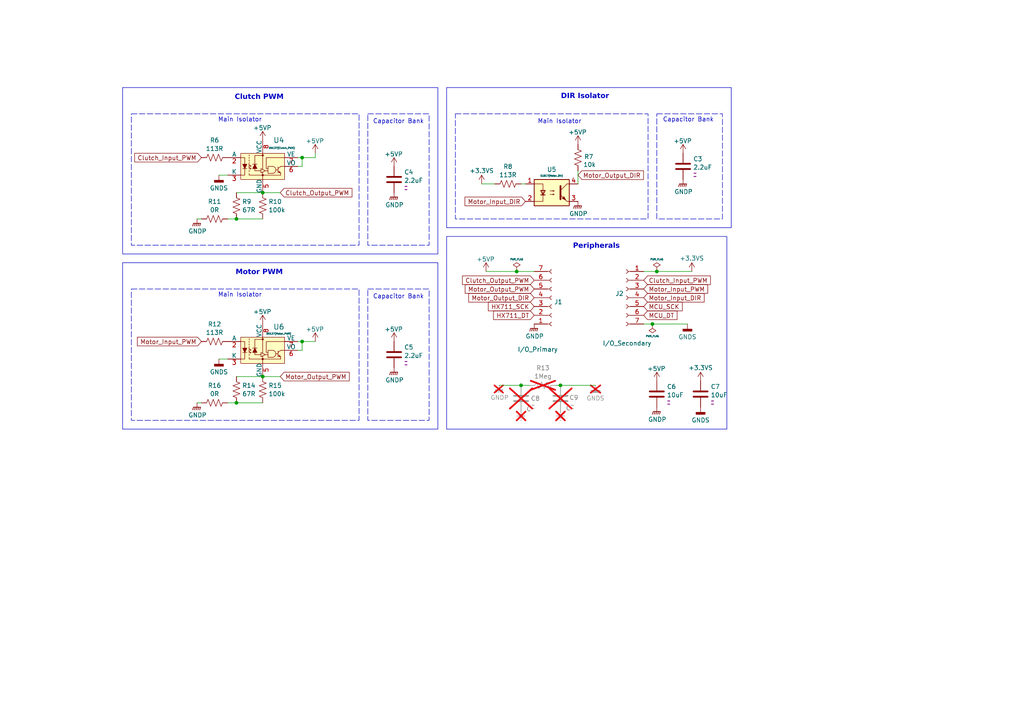
<source format=kicad_sch>
(kicad_sch (version 20231120) (generator "eeschema") (generator_version "8.0")
  (paper "A4")
  (title_block (title "OptoIsolation for Mobi-L") (date "2024-06-10") (comment 1 "Author: Srikar Bharadwaj R"))
  (lib_symbols
    (symbol "Connector:Conn_01x07_Socket" (pin_names (offset 1.016) hide)
      (property "Reference" "J" (at 0 10.16 0))
      (property "Value" "Conn_01x07_Socket" (at 0 -10.16 0))
      (symbol "Conn_01x07_Socket_1_1"
        (arc (start 0 -7.112) (mid -0.5058 -7.62) (end 0 -8.128) (stroke (width 0.1524)))
        (arc (start 0 -4.572) (mid -0.5058 -5.08) (end 0 -5.588) (stroke (width 0.1524)))
        (arc (start 0 -2.032) (mid -0.5058 -2.54) (end 0 -3.048) (stroke (width 0.1524)))
        (polyline (pts (xy -1.27 -7.62) (xy -0.508 -7.62)) (stroke (width 0.1524)))
        (polyline (pts (xy -1.27 -5.08) (xy -0.508 -5.08)) (stroke (width 0.1524)))
        (polyline (pts (xy -1.27 -2.54) (xy -0.508 -2.54)) (stroke (width 0.1524)))
        (polyline (pts (xy -1.27 0) (xy -0.508 0)) (stroke (width 0.1524)))
        (polyline (pts (xy -1.27 2.54) (xy -0.508 2.54)) (stroke (width 0.1524)))
        (polyline (pts (xy -1.27 5.08) (xy -0.508 5.08)) (stroke (width 0.1524)))
        (polyline (pts (xy -1.27 7.62) (xy -0.508 7.62)) (stroke (width 0.1524)))
        (arc (start 0 0.508) (mid -0.5058 0) (end 0 -0.508) (stroke (width 0.1524)))
        (arc (start 0 3.048) (mid -0.5058 2.54) (end 0 2.032) (stroke (width 0.1524)))
        (arc (start 0 5.588) (mid -0.5058 5.08) (end 0 4.572) (stroke (width 0.1524)))
        (arc (start 0 8.128) (mid -0.5058 7.62) (end 0 7.112) (stroke (width 0.1524)))
        (pin passive line (at -5.08 7.62 0) (length 3.81) (name "Pin_1") (number "1"))
        (pin passive line (at -5.08 5.08 0) (length 3.81) (name "Pin_2") (number "2"))
        (pin passive line (at -5.08 2.54 0) (length 3.81) (name "Pin_3") (number "3"))
        (pin passive line (at -5.08 0 0) (length 3.81) (name "Pin_4") (number "4"))
        (pin passive line (at -5.08 -2.54 0) (length 3.81) (name "Pin_5") (number "5"))
        (pin passive line (at -5.08 -5.08 0) (length 3.81) (name "Pin_6") (number "6"))
        (pin passive line (at -5.08 -7.62 0) (length 3.81) (name "Pin_7") (number "7"))
      )
    )
    (symbol "Device:R_US" (pin_numbers hide) (pin_names (offset 0))
      (property "Reference" "R" (at 2.54 0 90))
      (property "Value" "R_US" (at -2.54 0 90))
      (symbol "R_US_0_1"
        (polyline (pts (xy 0 -2.286) (xy 0 -2.54)))
        (polyline (pts (xy 0 2.286) (xy 0 2.54)))
        (polyline (pts (xy 0 -0.762) (xy 1.016 -1.143) (xy 0 -1.524) (xy -1.016 -1.905) (xy 0 -2.286)))
        (polyline (pts (xy 0 0.762) (xy 1.016 0.381) (xy 0 0) (xy -1.016 -0.381) (xy 0 -0.762)))
        (polyline (pts (xy 0 2.286) (xy 1.016 1.905) (xy 0 1.524) (xy -1.016 1.143) (xy 0 0.762)))
      )
      (symbol "R_US_1_1"
        (pin passive line (at 0 3.81 270) (length 1.27) (name "~") (number "1"))
        (pin passive line (at 0 -3.81 90) (length 1.27) (name "~") (number "2"))
      )
    )
    (symbol "Isolator:EL817" (pin_names (offset 1.016))
      (property "Reference" "U" (at -5.08 5.08 0))
      (property "Value" "EL817" (at 0 5.08 0))
      (symbol "EL817_0_1"
        (rectangle (start -5.08 3.81) (end 5.08 -3.81) (stroke (width 0.254)) (fill (type background)))
        (polyline (pts (xy -3.175 -0.635) (xy -1.905 -0.635)) (stroke (width 0.254)))
        (polyline (pts (xy 2.54 0.635) (xy 4.445 2.54)))
        (polyline (pts (xy 4.445 -2.54) (xy 2.54 -0.635)) (fill (type outline)))
        (polyline (pts (xy 4.445 -2.54) (xy 5.08 -2.54)))
        (polyline (pts (xy 4.445 2.54) (xy 5.08 2.54)))
        (polyline (pts (xy -5.08 2.54) (xy -2.54 2.54) (xy -2.54 -0.635)))
        (polyline (pts (xy -2.54 -0.635) (xy -2.54 -2.54) (xy -5.08 -2.54)))
        (polyline (pts (xy 2.54 1.905) (xy 2.54 -1.905) (xy 2.54 -1.905)) (stroke (width 0.508)))
        (polyline (pts (xy -2.54 -0.635) (xy -3.175 0.635) (xy -1.905 0.635) (xy -2.54 -0.635)) (stroke (width 0.254)))
        (polyline (pts (xy -0.508 -0.508) (xy 0.762 -0.508) (xy 0.381 -0.635) (xy 0.381 -0.381) (xy 0.762 -0.508)))
        (polyline (pts (xy -0.508 0.508) (xy 0.762 0.508) (xy 0.381 0.381) (xy 0.381 0.635) (xy 0.762 0.508)))
        (polyline (pts (xy 3.048 -1.651) (xy 3.556 -1.143) (xy 4.064 -2.159) (xy 3.048 -1.651) (xy 3.048 -1.651)) (fill (type outline)))
      )
      (symbol "EL817_1_1"
        (pin passive line (at -7.62 2.54 0) (length 2.54) (name "~") (number "1"))
        (pin passive line (at -7.62 -2.54 0) (length 2.54) (name "~") (number "2"))
        (pin passive line (at 7.62 -2.54 180) (length 2.54) (name "~") (number "3"))
        (pin passive line (at 7.62 2.54 180) (length 2.54) (name "~") (number "4"))
      )
    )
    (symbol "SparkFun-Capacitor:C" (pin_numbers hide) (pin_names (offset 0.254))
      (property "Reference" "C" (at 0.635 2.54 0))
      (property "Value" "C" (at 0.635 -2.54 0))
      (property "Tolerance" "~" (at 1.27 -5.08 0))
      (property "Voltage" "~" (at 1.27 -6.35 0))
      (symbol "C_0_1"
        (polyline (pts (xy -2.032 -0.762) (xy 2.032 -0.762)) (stroke (width 0.508)))
        (polyline (pts (xy -2.032 0.762) (xy 2.032 0.762)) (stroke (width 0.508)))
      )
      (symbol "C_1_1"
        (pin passive line (at 0 3.81 270) (length 2.794) (name "~") (number "1"))
        (pin passive line (at 0 -3.81 90) (length 2.794) (name "~") (number "2"))
      )
    )
    (symbol "dk_Optoisolators-Logic-Output:6N137" (pin_names (offset 0))
      (property "Reference" "U" (at -7.62 6.35 0))
      (property "Value" "6N137" (at 2.54 -6.35 0))
      (symbol "6N137_0_1"
        (rectangle (start -6.35 3.81) (end 6.35 -3.81) (fill (type background)))
        (polyline (pts (xy -5.842 -0.635) (xy -4.572 -0.635)))
        (polyline (pts (xy -3.937 -1.143) (xy -3.937 -1.524)))
        (polyline (pts (xy -3.937 -0.381) (xy -3.937 -0.762)))
        (polyline (pts (xy -3.937 0.381) (xy -3.937 0)))
        (polyline (pts (xy -3.937 1.143) (xy -3.937 0.762)))
        (polyline (pts (xy -3.937 1.905) (xy -3.937 1.524)))
        (polyline (pts (xy -3.937 2.667) (xy -3.937 2.286)))
        (polyline (pts (xy -3.937 3.429) (xy -3.937 3.048)))
        (polyline (pts (xy -3.429 -0.762) (xy -3.683 -0.762)))
        (polyline (pts (xy -3.429 0) (xy -3.683 0)))
        (polyline (pts (xy -2.921 0.635) (xy -1.651 0.635)))
        (polyline (pts (xy 0 -3.81) (xy 0 -2.54)))
        (polyline (pts (xy 0 -2.54) (xy 0 -1.651)))
        (polyline (pts (xy 0 3.81) (xy 0 -0.889)))
        (polyline (pts (xy 1.524 -1.27) (xy 0.762 -1.27)))
        (polyline (pts (xy 3.81 -1.016) (xy 4.445 -1.016)))
        (polyline (pts (xy 4.445 -1.397) (xy 5.207 -1.905)))
        (polyline (pts (xy 4.445 -0.635) (xy 5.207 0)))
        (polyline (pts (xy 4.445 -0.127) (xy 4.445 -1.905)))
        (polyline (pts (xy 5.207 -2.54) (xy 0 -2.54)))
        (polyline (pts (xy 5.207 -1.905) (xy 5.207 -2.54)))
        (polyline (pts (xy 6.35 0) (xy 5.207 0)))
        (polyline (pts (xy -5.207 -0.635) (xy -5.207 -2.54) (xy -6.35 -2.54)))
        (polyline (pts (xy -5.207 0.635) (xy -5.207 2.54) (xy -6.35 2.54)))
        (polyline (pts (xy -4.064 -0.127) (xy -3.429 -0.762) (xy -3.429 -0.508)))
        (polyline (pts (xy -4.064 0.635) (xy -3.429 0) (xy -3.429 0.254)))
        (polyline (pts (xy -0.508 -1.27) (xy -2.286 -1.27) (xy -2.286 -0.635)))
        (polyline (pts (xy 0 -2.54) (xy -3.937 -2.54) (xy -3.937 -2.032)))
        (polyline (pts (xy 0 3.175) (xy -2.286 3.175) (xy -2.286 0.635)))
        (polyline (pts (xy -5.842 0.635) (xy -4.572 0.635) (xy -5.207 -0.635) (xy -5.842 0.635)) (fill (type outline)))
        (polyline (pts (xy -2.921 -0.635) (xy -1.651 -0.635) (xy -2.286 0.635) (xy -2.921 -0.635)) (fill (type outline)))
        (polyline (pts (xy 0.762 -1.27) (xy -0.508 -0.635) (xy -0.508 -1.905) (xy 0.762 -1.27)))
        (polyline (pts (xy 1.524 -0.635) (xy 1.016 -0.635) (xy 1.016 2.54) (xy 6.35 2.54)))
        (polyline (pts (xy 2.794 0) (xy 1.524 0) (xy 1.524 -2.032) (xy 2.794 -2.032)))
        (polyline (pts (xy 5.08 -1.8034) (xy 4.9022 -1.4732) (xy 4.699 -1.8288) (xy 5.1054 -1.8288)) (fill (type outline)))
        (arc (start 2.794 -2.032) (mid 3.81 -1.016) (end 2.794 0))
      )
      (symbol "6N137_1_1"
        (circle (center 0 -2.54) (radius 0.2286) (fill (type outline)))
        (circle (center 0 3.2004) (radius 0.2286) (fill (type outline)))
        (pin no_connect line (at -5.08 7.62 270) (length 3.81) hide (name "NC") (number "1"))
        (pin passive line (at -10.16 2.54 0) (length 3.81) (name "A") (number "2"))
        (pin passive line (at -10.16 -2.54 0) (length 3.81) (name "K") (number "3"))
        (pin no_connect line (at -5.08 -7.62 90) (length 3.81) hide (name "NC") (number "4"))
        (pin power_in line (at 0 -7.62 90) (length 3.81) (name "GND") (number "5"))
        (pin output line (at 10.16 0 180) (length 3.81) (name "VO") (number "6"))
        (pin input line (at 10.16 2.54 180) (length 3.81) (name "VE") (number "7"))
        (pin power_in line (at 0 7.62 270) (length 3.81) (name "VCC") (number "8"))
      )
    )
    (symbol "power:+3.3V" (power) (pin_names (offset 0))
      (property "Value" "+3.3V" (at 0 3.556 0))
      (symbol "+3.3V_0_1"
        (polyline (pts (xy -0.762 1.27) (xy 0 2.54)))
        (polyline (pts (xy 0 0) (xy 0 2.54)))
        (polyline (pts (xy 0 2.54) (xy 0.762 1.27)))
      )
      (symbol "+3.3V_1_1"
        (pin power_in line (at 0 0 90) (length 0) hide (name "+3.3V") (number "1"))
      )
    )
    (symbol "power:+5V" (power) (pin_names (offset 0))
      (property "Value" "+5V" (at 0 3.556 0))
      (symbol "+5V_0_1"
        (polyline (pts (xy -0.762 1.27) (xy 0 2.54)))
        (polyline (pts (xy 0 0) (xy 0 2.54)))
        (polyline (pts (xy 0 2.54) (xy 0.762 1.27)))
      )
      (symbol "+5V_1_1"
        (pin power_in line (at 0 0 90) (length 0) hide (name "+5V") (number "1"))
      )
    )
    (symbol "power:Earth" (power) (pin_names (offset 0))
      (symbol "Earth_0_1"
        (polyline (pts (xy -0.635 -1.905) (xy 0.635 -1.905)))
        (polyline (pts (xy -0.127 -2.54) (xy 0.127 -2.54)))
        (polyline (pts (xy 0 -1.27) (xy 0 0)))
        (polyline (pts (xy 1.27 -1.27) (xy -1.27 -1.27)))
      )
      (symbol "Earth_1_1"
        (pin power_in line (at 0 0 270) (length 0) hide (name "Earth") (number "1"))
      )
    )
    (symbol "power:GNDD" (power) (pin_names (offset 0))
      (property "Value" "GNDD" (at 0 -3.175 0))
      (symbol "GNDD_0_1"
        (rectangle (start -1.27 -1.524) (end 1.27 -2.032) (stroke (width 0.254)) (fill (type outline)))
        (polyline (pts (xy 0 0) (xy 0 -1.524)))
      )
      (symbol "GNDD_1_1"
        (pin power_in line (at 0 0 270) (length 0) hide (name "GNDD") (number "1"))
      )
    )
    (symbol "power:GNDPWR" (power) (pin_names (offset 0))
      (property "Value" "GNDPWR" (at 0 -3.302 0))
      (symbol "GNDPWR_0_1"
        (polyline (pts (xy 0 -1.27) (xy 0 0)))
        (polyline (pts (xy -1.016 -1.27) (xy -1.27 -2.032) (xy -1.27 -2.032)) (stroke (width 0.2032)))
        (polyline (pts (xy -0.508 -1.27) (xy -0.762 -2.032) (xy -0.762 -2.032)) (stroke (width 0.2032)))
        (polyline (pts (xy 0 -1.27) (xy -0.254 -2.032) (xy -0.254 -2.032)) (stroke (width 0.2032)))
        (polyline (pts (xy 0.508 -1.27) (xy 0.254 -2.032) (xy 0.254 -2.032)) (stroke (width 0.2032)))
        (polyline (pts (xy 1.016 -1.27) (xy -1.016 -1.27) (xy -1.016 -1.27)) (stroke (width 0.2032)))
        (polyline (pts (xy 1.016 -1.27) (xy 0.762 -2.032) (xy 0.762 -2.032) (xy 0.762 -2.032)) (stroke (width 0.2032)))
      )
      (symbol "GNDPWR_1_1"
        (pin power_in line (at 0 0 270) (length 0) hide (name "GNDPWR") (number "1"))
      )
    )
    (symbol "power:PWR_FLAG" (power) (pin_numbers hide) (pin_names (offset 0) hide)
      (property "Value" "PWR_FLAG" (at 0 3.81 0))
      (symbol "PWR_FLAG_0_0"
        (pin power_out line (at 0 0 90) (length 0) (name "pwr") (number "1"))
      )
      (symbol "PWR_FLAG_0_1"
        (polyline (pts (xy 0 0) (xy 0 1.27) (xy -1.016 1.905) (xy 0 2.54) (xy 1.016 1.905) (xy 0 1.27)))
      )
    )
  )
  (junction (at 87.63 45.72))
  (junction (at 162.56 111.76))
  (junction (at 149.86 78.74))
  (junction (at 151.13 111.76))
  (junction (at 76.2 109.22))
  (junction (at 87.63 99.06))
  (junction (at 68.58 63.5))
  (junction (at 68.58 116.84))
  (junction (at 189.23 93.98))
  (junction (at 76.2 55.88))
  (junction (at 190.5 78.74))
  (wire (pts (xy 140.97 78.74) (xy 149.86 78.74)))
  (wire (pts (xy 87.63 48.26) (xy 86.36 48.26)))
  (wire (pts (xy 161.29 111.76) (xy 162.56 111.76)))
  (wire (pts (xy 151.13 111.76) (xy 153.67 111.76)))
  (wire (pts (xy 63.5 104.14) (xy 66.04 104.14)))
  (wire (pts (xy 76.2 109.22) (xy 81.28 109.22)))
  (wire (pts (xy 199.39 93.98) (xy 189.23 93.98)))
  (wire (pts (xy 190.5 78.74) (xy 186.69 78.74)))
  (wire (pts (xy 152.4 53.34) (xy 151.13 53.34)))
  (wire (pts (xy 87.63 45.72) (xy 91.44 45.72)))
  (wire (pts (xy 68.58 109.22) (xy 76.2 109.22)))
  (wire (pts (xy 87.63 99.06) (xy 87.63 101.6)))
  (wire (pts (xy 144.78 111.76) (xy 151.13 111.76)))
  (wire (pts (xy 57.15 63.5) (xy 58.42 63.5)))
  (wire (pts (xy 63.5 50.8) (xy 66.04 50.8)))
  (wire (pts (xy 149.86 78.74) (xy 154.94 78.74)))
  (wire (pts (xy 162.56 111.76) (xy 172.72 111.76)))
  (wire (pts (xy 189.23 93.98) (xy 186.69 93.98)))
  (wire (pts (xy 139.7 53.34) (xy 143.51 53.34)))
  (wire (pts (xy 76.2 55.88) (xy 81.28 55.88)))
  (wire (pts (xy 200.66 78.74) (xy 190.5 78.74)))
  (wire (pts (xy 68.58 63.5) (xy 76.2 63.5)))
  (wire (pts (xy 68.58 116.84) (xy 76.2 116.84)))
  (wire (pts (xy 57.15 116.84) (xy 58.42 116.84)))
  (wire (pts (xy 87.63 101.6) (xy 86.36 101.6)))
  (wire (pts (xy 68.58 55.88) (xy 76.2 55.88)))
  (wire (pts (xy 86.36 45.72) (xy 87.63 45.72)))
  (wire (pts (xy 167.64 49.53) (xy 167.64 53.34)))
  (wire (pts (xy 91.44 44.45) (xy 91.44 45.72)))
  (wire (pts (xy 86.36 99.06) (xy 87.63 99.06)))
  (wire (pts (xy 87.63 99.06) (xy 91.44 99.06)))
  (wire (pts (xy 66.04 116.84) (xy 68.58 116.84)))
  (wire (pts (xy 66.04 63.5) (xy 68.58 63.5)))
  (wire (pts (xy 87.63 45.72) (xy 87.63 48.26)))
  (rectangle (start 106.68 83.82) (end 124.46 121.92) (stroke (width 0) (type dash)))
  (rectangle (start 129.54 25.4) (end 212.09 66.04))
  (rectangle (start 106.68 33.02) (end 124.46 71.12) (stroke (width 0) (type dash)))
  (rectangle (start 38.1 83.82) (end 104.14 121.92) (stroke (width 0) (type dash)))
  (rectangle (start 129.54 68.58) (end 210.82 124.46))
  (rectangle (start 132.08 33.02) (end 187.96 63.5) (stroke (width 0) (type dash)))
  (rectangle (start 190.5 33.02) (end 209.55 63.5) (stroke (width 0) (type dash)))
  (rectangle (start 35.56 76.2) (end 127 124.46))
  (rectangle (start 35.56 25.4) (end 127 73.66))
  (rectangle (start 38.1 33.02) (end 104.14 71.12) (stroke (width 0) (type dash)))
  (text "DIR Isolator" (at 169.672 28.448 0) (effects (font (size 1.5 1.5) (thickness 0.3) (bold yes))))
  (text "Main Isolator" (at 162.306 35.306 0) (effects (font (size 1.27 1.27))))
  (text "Clutch PWM" (at 75.184 28.702 0) (effects (font (size 1.5 1.5) (thickness 0.3) (bold yes))))
  (text "Peripherals" (at 172.974 71.882 0) (effects (font (size 1.5 1.5) (thickness 0.3) (bold yes))))
  (text "Capacitor Bank" (at 115.57 35.306 0) (effects (font (size 1.27 1.27))))
  (text "Capacitor Bank" (at 199.644 34.798 0) (effects (font (size 1.27 1.27))))
  (text "Main Isolator" (at 69.596 85.598 0) (effects (font (size 1.27 1.27))))
  (text "Motor PWM" (at 75.184 79.502 0) (effects (font (size 1.5 1.5) (thickness 0.3) (bold yes))))
  (text "Main Isolator" (at 69.596 34.798 0) (effects (font (size 1.27 1.27))))
  (text "Capacitor Bank" (at 115.57 86.106 0) (effects (font (size 1.27 1.27))))
  (global_label "Motor_Output_PWM" (shape input) (at 81.28 109.22 0) (property "Intersheetrefs" "${INTERSHEET_REFS}" (effects (hide yes))))
  (global_label "Motor_Input_PWM" (shape input) (at 58.42 99.06 180) (property "Intersheetrefs" "${INTERSHEET_REFS}" (effects (hide yes))))
  (global_label "MCU_DT" (shape input) (at 186.69 91.44 0) (property "Intersheetrefs" "${INTERSHEET_REFS}" (effects (hide yes))))
  (global_label "Motor_Output_DIR" (shape input) (at 154.94 86.36 180) (property "Intersheetrefs" "${INTERSHEET_REFS}" (effects (hide yes))))
  (global_label "Motor_Output_DIR" (shape input) (at 167.64 50.8 0) (property "Intersheetrefs" "${INTERSHEET_REFS}" (effects (hide yes))))
  (global_label "HX711_SCK" (shape input) (at 154.94 88.9 180) (property "Intersheetrefs" "${INTERSHEET_REFS}" (effects (hide yes))))
  (global_label "Motor_Input_PWM" (shape input) (at 186.69 83.82 0) (property "Intersheetrefs" "${INTERSHEET_REFS}" (effects (hide yes))))
  (global_label "Clutch_Output_PWM" (shape input) (at 81.28 55.88 0) (property "Intersheetrefs" "${INTERSHEET_REFS}" (effects (hide yes))))
  (global_label "Motor_Output_PWM" (shape input) (at 154.94 83.82 180) (property "Intersheetrefs" "${INTERSHEET_REFS}" (effects (hide yes))))
  (global_label "MCU_SCK" (shape input) (at 186.69 88.9 0) (property "Intersheetrefs" "${INTERSHEET_REFS}" (effects (hide yes))))
  (global_label "Motor_Input_DIR" (shape input) (at 152.4 58.42 180) (property "Intersheetrefs" "${INTERSHEET_REFS}" (effects (hide yes))))
  (global_label "Clutch_Input_PWM" (shape input) (at 58.42 45.72 180) (property "Intersheetrefs" "${INTERSHEET_REFS}" (effects (hide yes))))
  (global_label "HX711_DT" (shape input) (at 154.94 91.44 180) (property "Intersheetrefs" "${INTERSHEET_REFS}" (effects (hide yes))))
  (global_label "Clutch_Input_PWM" (shape input) (at 186.69 81.28 0) (property "Intersheetrefs" "${INTERSHEET_REFS}" (effects (hide yes))))
  (global_label "Motor_Input_DIR" (shape input) (at 186.69 86.36 0) (property "Intersheetrefs" "${INTERSHEET_REFS}" (effects (hide yes))))
  (global_label "Clutch_Output_PWM" (shape input) (at 154.94 81.28 180) (property "Intersheetrefs" "${INTERSHEET_REFS}" (effects (hide yes))))
  (symbol (lib_id "power:GNDPWR") (at 144.78 111.76 0) (unit 1) (on_board no) (dnp yes)
    (property "Reference" "#PWR034" (effects (hide yes)))
    (property "Value" "GNDP" (at 142.24 115.316 0) (effects (justify left)))
    (property "Description" "Power symbol creates a global label with name \"GNDPWR\" , Primary ground" (effects (hide yes)))
  )
  (symbol (lib_id "dk_Optoisolators-Logic-Output:6N137") (at 76.2 101.6 0) (unit 1)
    (property "Reference" "U6" (at 79.2165 94.807 0) (effects (font (size 1.524 1.524)) (justify left)))
    (property "Value" "6N137(Motor_PWM)" (at 77.216 96.774 0) (effects (font (size 0.5 0.5)) (justify left)))
    (property "Footprint" "Package_DIP:DIP-8_W7.62mm" (effects (hide yes)))
    (property "Datasheet" "https://media.digikey.com/pdf/Data%20Sheets/Lite-On%20PDFs/6N137%20Series.pdf" (effects (hide yes)))
    (property "Description" "OPTOISO 5KV 1CH OPEN COLL 8DIP" (effects (hide yes)))
    (property "Digi-Key_PN" "160-1791-ND" (effects (hide yes)))
    (property "MPN" "6N137" (effects (hide yes)))
    (property "Category" "Isolators" (effects (hide yes)))
    (property "Family" "Optoisolators - Logic Output" (effects (hide yes)))
    (property "DK_Datasheet_Link" "https://media.digikey.com/pdf/Data%20Sheets/Lite-On%20PDFs/6N137%20Series.pdf" (effects (hide yes)))
    (property "DK_Detail_Page" "/product-detail/en/lite-on-inc/6N137/160-1791-ND/1969175" (effects (hide yes)))
    (property "Description_1" "OPTOISO 5KV 1CH OPEN COLL 8DIP" (effects (hide yes)))
    (property "Manufacturer" "Lite-On Inc." (effects (hide yes)))
    (property "Status" "Active" (effects (hide yes)))
  )
  (symbol (lib_id "power:GNDD") (at 63.5 104.14 0) (unit 1)
    (property "Reference" "#PWR030" (effects (hide yes)))
    (property "Value" "GNDS" (at 63.5 107.8921 0))
    (property "Description" "Power symbol creates a global label with name \"GNDP\" , Secondary ground" (effects (hide yes)))
  )
  (symbol (lib_id "Device:R_US") (at 157.48 111.76 270) (unit 1) (on_board no) (dnp yes)
    (property "Reference" "R13" (at 157.48 106.7265 90))
    (property "Value" "1Meg" (at 157.48 109.1508 90))
    (property "Footprint" "Resistor_THT:R_Axial_DIN0309_L9.0mm_D3.2mm_P20.32mm_Horizontal" (effects (hide yes)))
    (property "Description" "Resistor, US symbol" (effects (hide yes)))
  )
  (symbol (lib_id "power:PWR_FLAG") (at 189.23 93.98 0) (mirror x) (unit 1)
    (property "Reference" "#FLG03" (effects (hide yes)))
    (property "Value" "PWR_FLAG" (at 189.23 97.4937 0) (effects (font (size 0.5 0.5))))
    (property "Description" "Special symbol for telling ERC where power comes from" (effects (hide yes)))
  )
  (symbol (lib_id "power:GNDD") (at 172.72 111.76 0) (unit 1) (on_board no) (dnp yes)
    (property "Reference" "#PWR035" (effects (hide yes)))
    (property "Value" "GNDS" (at 172.72 115.5121 0))
    (property "Description" "Power symbol creates a global label with name \"GNDP\" , Secondary ground" (effects (hide yes)))
  )
  (symbol (lib_id "power:+5V") (at 91.44 44.45 0) (unit 1)
    (property "Reference" "#PWR014" (effects (hide yes)))
    (property "Value" "+5VP" (at 88.646 40.894 0) (effects (justify left)))
    (property "Description" "Power symbol creates a global label with name \"+5V\", Primary +5v" (effects (hide yes)))
  )
  (symbol (lib_id "power:GNDD") (at 203.2 118.11 0) (unit 1)
    (property "Reference" "#PWR038" (effects (hide yes)))
    (property "Value" "GNDS" (at 203.2 121.8621 0))
    (property "Description" "Power symbol creates a global label with name \"GNDP\" , Secondary ground" (effects (hide yes)))
  )
  (symbol (lib_id "power:+5V") (at 76.2 40.64 0) (unit 1)
    (property "Reference" "#PWR012" (effects (hide yes)))
    (property "Value" "+5VP" (at 73.406 37.084 0) (effects (justify left)))
    (property "Description" "Power symbol creates a global label with name \"+5V\", Primary +5v" (effects (hide yes)))
  )
  (symbol (lib_id "power:+5V") (at 140.97 78.74 0) (unit 1)
    (property "Reference" "#PWR023" (effects (hide yes)))
    (property "Value" "+5VP" (at 138.176 75.184 0) (effects (justify left)))
    (property "Description" "Power symbol creates a global label with name \"+5V\", Primary +5v" (effects (hide yes)))
  )
  (symbol (lib_id "Connector:Conn_01x07_Socket") (at 181.61 86.36 0) (mirror y) (unit 1)
    (property "Reference" "J2" (at 180.8988 85.1478 0) (effects (justify left)))
    (property "Value" "I/O_Secondary" (at 188.976 99.568 0) (effects (justify left)))
    (property "Footprint" "Connector_JST:JST_XH_B7B-XH-A_1x07_P2.50mm_Vertical" (effects (hide yes)))
    (property "Description" "Generic connector, single row, 01x07, script generated" (effects (hide yes)))
  )
  (symbol (lib_id "power:+3.3V") (at 203.2 110.49 0) (unit 1)
    (property "Reference" "#PWR033" (effects (hide yes)))
    (property "Value" "+3.3VS" (at 199.644 106.68 0) (effects (justify left)))
    (property "Description" "Power symbol creates a global label with name \"+3.3V\", Secondary +3.3v" (effects (hide yes)))
  )
  (symbol (lib_id "power:+3.3V") (at 200.66 78.74 0) (mirror y) (unit 1)
    (property "Reference" "#PWR024" (effects (hide yes)))
    (property "Value" "+3.3VS" (at 204.216 74.93 0) (effects (justify left)))
    (property "Description" "Power symbol creates a global label with name \"+3.3V\", Secondary +3.3v" (effects (hide yes)))
  )
  (symbol (lib_id "power:GNDD") (at 199.39 93.98 0) (mirror y) (unit 1)
    (property "Reference" "#PWR027" (effects (hide yes)))
    (property "Value" "GNDS" (at 199.39 97.7321 0))
    (property "Description" "Power symbol creates a global label with name \"GNDP\" , Secondary ground" (effects (hide yes)))
  )
  (symbol (lib_id "power:+3.3V") (at 139.7 53.34 0) (unit 1)
    (property "Reference" "#PWR019" (effects (hide yes)))
    (property "Value" "+3.3VS" (at 136.144 49.53 0) (effects (justify left)))
    (property "Description" "Power symbol creates a global label with name \"+3.3V\", Secondary +3.3v" (effects (hide yes)))
  )
  (symbol (lib_id "Device:R_US") (at 62.23 116.84 270) (unit 1)
    (property "Reference" "R16" (at 62.23 111.8065 90))
    (property "Value" "0R" (at 62.23 114.2308 90))
    (property "Footprint" "Resistor_SMD:R_0603_1608Metric_Pad0.98x0.95mm_HandSolder" (effects (hide yes)))
    (property "Description" "Resistor, US symbol" (effects (hide yes)))
  )
  (symbol (lib_id "Isolator:EL817") (at 160.02 55.88 0) (unit 1)
    (property "Reference" "U5" (at 160.02 49.1643 0))
    (property "Value" "EL817(Motor_Dir)" (at 160.02 50.9692 0) (effects (font (size 0.5 0.5))))
    (property "Footprint" "OptoDevice:OPTO-SMD4" (effects (hide yes)))
    (property "Datasheet" "http://www.everlight.com/file/ProductFile/EL817.pdf" (effects (hide yes)))
    (property "Description" "DC Optocoupler, Vce 35V, DIP-4" (effects (hide yes)))
  )
  (symbol (lib_id "power:PWR_FLAG") (at 190.5 78.74 0) (mirror y) (unit 1)
    (property "Reference" "#FLG02" (effects (hide yes)))
    (property "Value" "PWR_FLAG" (at 190.5 75.2263 0) (effects (font (size 0.5 0.5))))
    (property "Description" "Special symbol for telling ERC where power comes from" (effects (hide yes)))
  )
  (symbol (lib_id "SparkFun-Capacitor:C") (at 198.12 48.26 0) (unit 1)
    (property "Reference" "C3" (at 201.041 46.1094 0) (effects (justify left)))
    (property "Value" "2.2uF" (at 201.041 48.5337 0) (effects (justify left)))
    (property "Footprint" "Capacitor_SMD:C_0603_1608Metric_Pad1.08x0.95mm_HandSolder" (effects (hide yes)))
    (property "Datasheet" "[link text](https://cdn.sparkfun.com/assets/8/a/4/a/5/Kemet_Capacitor_Datasheet.pdf)" (effects (hide yes)))
    (property "Description" "Unpolarized capacitor" (effects (hide yes)))
    (property "PROD_ID" "CAP-00000" (effects (hide yes)))
    (property "Tolerance" "~" (at 201.041 50.2151 0) (effects (justify left)))
    (property "Voltage" "~" (at 201.041 51.1535 0) (effects (justify left)))
  )
  (symbol (lib_id "power:+5V") (at 76.2 93.98 0) (unit 1)
    (property "Reference" "#PWR025" (effects (hide yes)))
    (property "Value" "+5VP" (at 73.406 90.424 0) (effects (justify left)))
    (property "Description" "Power symbol creates a global label with name \"+5V\", Primary +5v" (effects (hide yes)))
  )
  (symbol (lib_id "Device:R_US") (at 76.2 113.03 180) (unit 1)
    (property "Reference" "R15" (at 77.851 111.8178 0) (effects (justify right)))
    (property "Value" "100k" (at 77.851 114.2421 0) (effects (justify right)))
    (property "Footprint" "Resistor_SMD:R_0603_1608Metric_Pad0.98x0.95mm_HandSolder" (effects (hide yes)))
    (property "Description" "Resistor, US symbol" (effects (hide yes)))
  )
  (symbol (lib_id "power:+5V") (at 91.44 99.06 0) (unit 1)
    (property "Reference" "#PWR028" (effects (hide yes)))
    (property "Value" "+5VP" (at 88.646 95.504 0) (effects (justify left)))
    (property "Description" "Power symbol creates a global label with name \"+5V\", Primary +5v" (effects (hide yes)))
  )
  (symbol (lib_id "SparkFun-Capacitor:C") (at 190.5 114.3 0) (unit 1)
    (property "Reference" "C6" (at 193.421 112.1494 0) (effects (justify left)))
    (property "Value" "10uF" (at 193.421 114.5737 0) (effects (justify left)))
    (property "Footprint" "Capacitor_SMD:C_Elec_4x5.4" (effects (hide yes)))
    (property "Datasheet" "[link text](https://cdn.sparkfun.com/assets/8/a/4/a/5/Kemet_Capacitor_Datasheet.pdf)" (effects (hide yes)))
    (property "Description" "Unpolarized capacitor" (effects (hide yes)))
    (property "PROD_ID" "CAP-00000" (effects (hide yes)))
    (property "Tolerance" "~" (at 193.421 116.2551 0) (effects (justify left)))
    (property "Voltage" "~" (at 193.421 117.1935 0) (effects (justify left)))
  )
  (symbol (lib_id "Device:R_US") (at 68.58 59.69 180) (unit 1)
    (property "Reference" "R9" (at 70.231 58.4778 0) (effects (justify right)))
    (property "Value" "67R" (at 70.231 60.9021 0) (effects (justify right)))
    (property "Footprint" "Resistor_SMD:R_0603_1608Metric_Pad0.98x0.95mm_HandSolder" (effects (hide yes)))
    (property "Description" "Resistor, US symbol" (effects (hide yes)))
  )
  (symbol (lib_id "Device:R_US") (at 62.23 45.72 90) (unit 1)
    (property "Reference" "R6" (at 62.23 40.6865 90))
    (property "Value" "113R" (at 62.23 43.1108 90))
    (property "Footprint" "Resistor_SMD:R_0603_1608Metric_Pad0.98x0.95mm_HandSolder" (effects (hide yes)))
    (property "Description" "Resistor, US symbol" (effects (hide yes)))
  )
  (symbol (lib_id "power:+5V") (at 114.3 48.26 0) (unit 1)
    (property "Reference" "#PWR016" (effects (hide yes)))
    (property "Value" "+5VP" (at 111.506 44.704 0) (effects (justify left)))
    (property "Description" "Power symbol creates a global label with name \"+5V\", Primary +5v" (effects (hide yes)))
  )
  (symbol (lib_id "SparkFun-Capacitor:C") (at 203.2 114.3 0) (unit 1)
    (property "Reference" "C7" (at 206.121 112.1494 0) (effects (justify left)))
    (property "Value" "10uF" (at 206.121 114.5737 0) (effects (justify left)))
    (property "Footprint" "Capacitor_SMD:C_Elec_4x5.4" (effects (hide yes)))
    (property "Datasheet" "[link text](https://cdn.sparkfun.com/assets/8/a/4/a/5/Kemet_Capacitor_Datasheet.pdf)" (effects (hide yes)))
    (property "Description" "Unpolarized capacitor" (effects (hide yes)))
    (property "PROD_ID" "CAP-00000" (effects (hide yes)))
    (property "Tolerance" "~" (at 206.121 116.2551 0) (effects (justify left)))
    (property "Voltage" "~" (at 206.121 117.1935 0) (effects (justify left)))
  )
  (symbol (lib_id "Connector:Conn_01x07_Socket") (at 160.02 86.36 0) (mirror x) (unit 1)
    (property "Reference" "J1" (at 160.7312 87.5722 0) (effects (justify left)))
    (property "Value" "I/O_Primary" (at 150.114 101.346 0) (effects (justify left)))
    (property "Footprint" "Connector_JST:JST_XH_B7B-XH-A_1x07_P2.50mm_Vertical" (effects (hide yes)))
    (property "Description" "Generic connector, single row, 01x07, script generated" (effects (hide yes)))
  )
  (symbol (lib_id "power:GNDPWR") (at 114.3 106.68 0) (unit 1)
    (property "Reference" "#PWR031" (effects (hide yes)))
    (property "Value" "GNDP" (at 111.76 110.236 0) (effects (justify left)))
    (property "Description" "Power symbol creates a global label with name \"GNDPWR\" , Primary ground" (effects (hide yes)))
  )
  (symbol (lib_id "power:GNDPWR") (at 167.64 58.42 0) (unit 1)
    (property "Reference" "#PWR021" (effects (hide yes)))
    (property "Value" "GNDP" (at 165.1 61.976 0) (effects (justify left)))
    (property "Description" "Power symbol creates a global label with name \"GNDPWR\" , Primary ground" (effects (hide yes)))
  )
  (symbol (lib_id "Device:R_US") (at 76.2 59.69 180) (unit 1)
    (property "Reference" "R10" (at 77.851 58.4778 0) (effects (justify right)))
    (property "Value" "100k" (at 77.851 60.9021 0) (effects (justify right)))
    (property "Footprint" "Resistor_SMD:R_0603_1608Metric_Pad0.98x0.95mm_HandSolder" (effects (hide yes)))
    (property "Description" "Resistor, US symbol" (effects (hide yes)))
  )
  (symbol (lib_id "power:GNDD") (at 63.5 50.8 0) (unit 1)
    (property "Reference" "#PWR017" (effects (hide yes)))
    (property "Value" "GNDS" (at 63.5 54.5521 0))
    (property "Description" "Power symbol creates a global label with name \"GNDP\" , Secondary ground" (effects (hide yes)))
  )
  (symbol (lib_id "power:GNDPWR") (at 114.3 55.88 0) (unit 1)
    (property "Reference" "#PWR020" (effects (hide yes)))
    (property "Value" "GNDP" (at 111.76 59.436 0) (effects (justify left)))
    (property "Description" "Power symbol creates a global label with name \"GNDPWR\" , Primary ground" (effects (hide yes)))
  )
  (symbol (lib_id "power:GNDPWR") (at 198.12 52.07 0) (unit 1)
    (property "Reference" "#PWR018" (effects (hide yes)))
    (property "Value" "GNDP" (at 195.58 55.626 0) (effects (justify left)))
    (property "Description" "Power symbol creates a global label with name \"GNDPWR\" , Primary ground" (effects (hide yes)))
  )
  (symbol (lib_id "power:+5V") (at 190.5 110.49 0) (unit 1)
    (property "Reference" "#PWR032" (effects (hide yes)))
    (property "Value" "+5VP" (at 187.706 106.934 0) (effects (justify left)))
    (property "Description" "Power symbol creates a global label with name \"+5V\", Primary +5v" (effects (hide yes)))
  )
  (symbol (lib_id "power:+5V") (at 114.3 99.06 0) (unit 1)
    (property "Reference" "#PWR029" (effects (hide yes)))
    (property "Value" "+5VP" (at 111.506 95.504 0) (effects (justify left)))
    (property "Description" "Power symbol creates a global label with name \"+5V\", Primary +5v" (effects (hide yes)))
  )
  (symbol (lib_id "power:Earth") (at 151.13 119.38 0) (unit 1) (on_board no) (dnp yes)
    (property "Reference" "#PWR039" (effects (hide yes)))
    (property "Value" "Earth1" (effects (hide yes)))
    (property "Description" "Power symbol creates a global label with name \"Earth\"" (effects (hide yes)))
  )
  (symbol (lib_id "power:GNDPWR") (at 57.15 63.5 0) (unit 1)
    (property "Reference" "#PWR022" (effects (hide yes)))
    (property "Value" "GNDP" (at 54.61 67.056 0) (effects (justify left)))
    (property "Description" "Power symbol creates a global label with name \"GNDPWR\" , Primary ground" (effects (hide yes)))
  )
  (symbol (lib_id "power:GNDPWR") (at 154.94 93.98 0) (unit 1)
    (property "Reference" "#PWR026" (effects (hide yes)))
    (property "Value" "GNDP" (at 152.4 97.536 0) (effects (justify left)))
    (property "Description" "Power symbol creates a global label with name \"GNDPWR\" , Primary ground" (effects (hide yes)))
  )
  (symbol (lib_id "Device:R_US") (at 62.23 99.06 90) (unit 1)
    (property "Reference" "R12" (at 62.23 94.0265 90))
    (property "Value" "113R" (at 62.23 96.4508 90))
    (property "Footprint" "Resistor_SMD:R_0603_1608Metric_Pad0.98x0.95mm_HandSolder" (effects (hide yes)))
    (property "Description" "Resistor, US symbol" (effects (hide yes)))
  )
  (symbol (lib_id "Device:R_US") (at 147.32 53.34 90) (unit 1)
    (property "Reference" "R8" (at 147.32 48.3065 90))
    (property "Value" "113R" (at 147.32 50.7308 90))
    (property "Footprint" "Resistor_SMD:R_0603_1608Metric_Pad0.98x0.95mm_HandSolder" (effects (hide yes)))
    (property "Description" "Resistor, US symbol" (effects (hide yes)))
  )
  (symbol (lib_id "SparkFun-Capacitor:C") (at 151.13 115.57 0) (unit 1) (on_board no) (dnp yes)
    (property "Reference" "C8" (at 153.924 115.57 0) (effects (justify left)))
    (property "Value" "C" (at 152.654 118.618 0) (effects (justify left)))
    (property "Footprint" "Capacitor_THT:C_Disc_D11.0mm_W5.0mm_P7.50mm" (effects (hide yes)))
    (property "Datasheet" "[link text](https://cdn.sparkfun.com/assets/8/a/4/a/5/Kemet_Capacitor_Datasheet.pdf)" (effects (hide yes)))
    (property "Description" "Unpolarized capacitor" (effects (hide yes)))
    (property "PROD_ID" "CAP-00000" (effects (hide yes)))
    (property "Tolerance" "~" (at 154.051 117.5251 0) (effects (justify left)))
    (property "Voltage" "~" (at 154.051 118.4635 0) (effects (justify left)))
  )
  (symbol (lib_id "SparkFun-Capacitor:C") (at 114.3 102.87 0) (unit 1)
    (property "Reference" "C5" (at 117.221 100.7194 0) (effects (justify left)))
    (property "Value" "2.2uF" (at 117.221 103.1437 0) (effects (justify left)))
    (property "Footprint" "Capacitor_SMD:C_0603_1608Metric_Pad1.08x0.95mm_HandSolder" (effects (hide yes)))
    (property "Datasheet" "[link text](https://cdn.sparkfun.com/assets/8/a/4/a/5/Kemet_Capacitor_Datasheet.pdf)" (effects (hide yes)))
    (property "Description" "Unpolarized capacitor" (effects (hide yes)))
    (property "PROD_ID" "CAP-00000" (effects (hide yes)))
    (property "Tolerance" "~" (at 117.221 104.8251 0) (effects (justify left)))
    (property "Voltage" "~" (at 117.221 105.7635 0) (effects (justify left)))
  )
  (symbol (lib_id "power:+5V") (at 198.12 44.45 0) (unit 1)
    (property "Reference" "#PWR015" (effects (hide yes)))
    (property "Value" "+5VP" (at 195.326 40.894 0) (effects (justify left)))
    (property "Description" "Power symbol creates a global label with name \"+5V\", Primary +5v" (effects (hide yes)))
  )
  (symbol (lib_id "SparkFun-Capacitor:C") (at 162.56 115.57 0) (unit 1) (on_board no) (dnp yes)
    (property "Reference" "C9" (at 165.1 115.316 0) (effects (justify left)))
    (property "Value" "C" (at 164.084 118.364 0) (effects (justify left)))
    (property "Footprint" "Capacitor_THT:C_Disc_D11.0mm_W5.0mm_P7.50mm" (effects (hide yes)))
    (property "Datasheet" "[link text](https://cdn.sparkfun.com/assets/8/a/4/a/5/Kemet_Capacitor_Datasheet.pdf)" (effects (hide yes)))
    (property "Description" "Unpolarized capacitor" (effects (hide yes)))
    (property "PROD_ID" "CAP-00000" (effects (hide yes)))
    (property "Tolerance" "~" (at 165.481 117.5251 0) (effects (justify left)))
    (property "Voltage" "~" (at 165.481 118.4635 0) (effects (justify left)))
  )
  (symbol (lib_id "power:Earth") (at 162.56 119.38 0) (unit 1) (on_board no) (dnp yes)
    (property "Reference" "#PWR040" (effects (hide yes)))
    (property "Value" "Earth2" (effects (hide yes)))
    (property "Description" "Power symbol creates a global label with name \"Earth\"" (effects (hide yes)))
  )
  (symbol (lib_id "Device:R_US") (at 167.64 45.72 180) (unit 1)
    (property "Reference" "R7" (at 169.418 45.466 0) (effects (justify right)))
    (property "Value" "10k" (at 169.164 47.752 0) (effects (justify right)))
    (property "Footprint" "Resistor_SMD:R_0603_1608Metric_Pad0.98x0.95mm_HandSolder" (effects (hide yes)))
    (property "Description" "Resistor, US symbol" (effects (hide yes)))
  )
  (symbol (lib_id "power:PWR_FLAG") (at 149.86 78.74 0) (unit 1)
    (property "Reference" "#FLG01" (effects (hide yes)))
    (property "Value" "PWR_FLAG" (at 149.86 75.2263 0) (effects (font (size 0.5 0.5))))
    (property "Description" "Special symbol for telling ERC where power comes from" (effects (hide yes)))
  )
  (symbol (lib_id "power:+5V") (at 167.64 41.91 0) (unit 1)
    (property "Reference" "#PWR013" (effects (hide yes)))
    (property "Value" "+5VP" (at 164.846 38.354 0) (effects (justify left)))
    (property "Description" "Power symbol creates a global label with name \"+5V\", Primary +5v" (effects (hide yes)))
  )
  (symbol (lib_id "power:GNDPWR") (at 190.5 118.11 0) (unit 1)
    (property "Reference" "#PWR037" (effects (hide yes)))
    (property "Value" "GNDP" (at 187.96 121.666 0) (effects (justify left)))
    (property "Description" "Power symbol creates a global label with name \"GNDPWR\" , Primary ground" (effects (hide yes)))
  )
  (symbol (lib_id "Device:R_US") (at 68.58 113.03 180) (unit 1)
    (property "Reference" "R14" (at 70.231 111.8178 0) (effects (justify right)))
    (property "Value" "67R" (at 70.231 114.2421 0) (effects (justify right)))
    (property "Footprint" "Resistor_SMD:R_0603_1608Metric_Pad0.98x0.95mm_HandSolder" (effects (hide yes)))
    (property "Description" "Resistor, US symbol" (effects (hide yes)))
  )
  (symbol (lib_id "SparkFun-Capacitor:C") (at 114.3 52.07 0) (unit 1)
    (property "Reference" "C4" (at 117.221 49.9194 0) (effects (justify left)))
    (property "Value" "2.2uF" (at 117.221 52.3437 0) (effects (justify left)))
    (property "Footprint" "Capacitor_SMD:C_0603_1608Metric_Pad1.08x0.95mm_HandSolder" (effects (hide yes)))
    (property "Datasheet" "[link text](https://cdn.sparkfun.com/assets/8/a/4/a/5/Kemet_Capacitor_Datasheet.pdf)" (effects (hide yes)))
    (property "Description" "Unpolarized capacitor" (effects (hide yes)))
    (property "PROD_ID" "CAP-00000" (effects (hide yes)))
    (property "Tolerance" "~" (at 117.221 54.0251 0) (effects (justify left)))
    (property "Voltage" "~" (at 117.221 54.9635 0) (effects (justify left)))
  )
  (symbol (lib_id "Device:R_US") (at 62.23 63.5 270) (unit 1)
    (property "Reference" "R11" (at 62.23 58.4665 90))
    (property "Value" "0R" (at 62.23 60.8908 90))
    (property "Footprint" "Resistor_SMD:R_0603_1608Metric_Pad0.98x0.95mm_HandSolder" (effects (hide yes)))
    (property "Description" "Resistor, US symbol" (effects (hide yes)))
  )
  (symbol (lib_id "power:GNDPWR") (at 57.15 116.84 0) (unit 1)
    (property "Reference" "#PWR036" (effects (hide yes)))
    (property "Value" "GNDP" (at 54.61 120.396 0) (effects (justify left)))
    (property "Description" "Power symbol creates a global label with name \"GNDPWR\" , Primary ground" (effects (hide yes)))
  )
  (symbol (lib_id "dk_Optoisolators-Logic-Output:6N137") (at 76.2 48.26 0) (unit 1)
    (property "Reference" "U4" (at 79.2165 40.6628 0) (effects (font (size 1.524 1.524)) (justify left)))
    (property "Value" "6N137(Clutch_PWM)" (at 77.978 42.926 0) (effects (font (size 0.5 0.5)) (justify left)))
    (property "Footprint" "Package_DIP:DIP-8_W7.62mm" (effects (hide yes)))
    (property "Datasheet" "https://media.digikey.com/pdf/Data%20Sheets/Lite-On%20PDFs/6N137%20Series.pdf" (effects (hide yes)))
    (property "Description" "OPTOISO 5KV 1CH OPEN COLL 8DIP" (effects (hide yes)))
    (property "Digi-Key_PN" "160-1791-ND" (effects (hide yes)))
    (property "MPN" "6N137" (effects (hide yes)))
    (property "Category" "Isolators" (effects (hide yes)))
    (property "Family" "Optoisolators - Logic Output" (effects (hide yes)))
    (property "DK_Datasheet_Link" "https://media.digikey.com/pdf/Data%20Sheets/Lite-On%20PDFs/6N137%20Series.pdf" (effects (hide yes)))
    (property "DK_Detail_Page" "/product-detail/en/lite-on-inc/6N137/160-1791-ND/1969175" (effects (hide yes)))
    (property "Description_1" "OPTOISO 5KV 1CH OPEN COLL 8DIP" (effects (hide yes)))
    (property "Manufacturer" "Lite-On Inc." (effects (hide yes)))
    (property "Status" "Active" (effects (hide yes)))
  )
)
</source>
